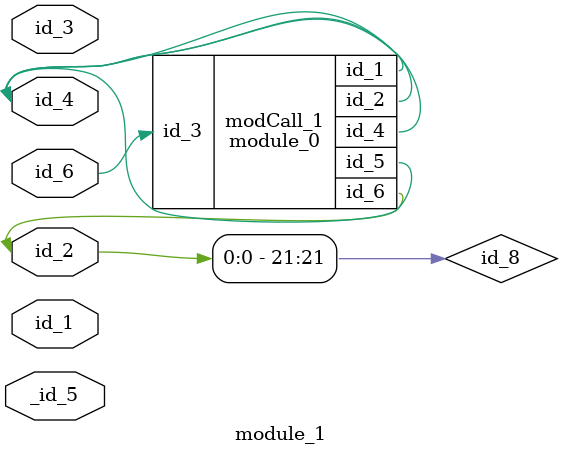
<source format=v>
module module_0 (
    id_1,
    id_2,
    id_3,
    id_4,
    id_5,
    id_6
);
  inout wire id_6;
  inout wire id_5;
  output wire id_4;
  input wire id_3;
  inout wire id_2;
  inout wire id_1;
  wor id_7;
  assign id_7 = 1;
  wire [-1 : -1] id_8;
endmodule
module module_1 #(
    parameter id_5 = 32'd21
) (
    id_1,
    id_2,
    id_3,
    id_4,
    _id_5,
    id_6
);
  input wire id_6;
  input wire _id_5;
  inout wire id_4;
  input wire id_3;
  inout wire id_2;
  input wire id_1;
  module_0 modCall_1 (
      id_4,
      id_4,
      id_6,
      id_4,
      id_4,
      id_2
  );
  wire [1 : id_5] id_7, id_8;
  assign id_2 = id_8;
endmodule

</source>
